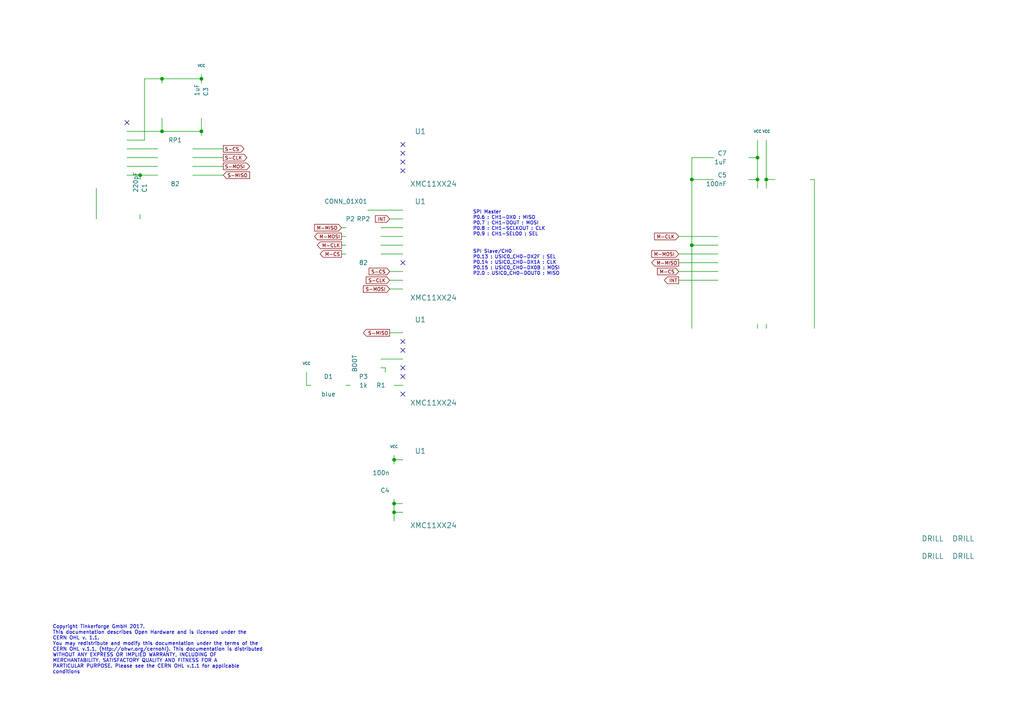
<source format=kicad_sch>
(kicad_sch (version 20230121) (generator eeschema)
  (paper "A4")
  (title_block (title "Barometer Bricklet v2") (date "2017-08-30") (rev "2.0") (company "Tinkerforge GmbH") (comment 1 "Licensed under CERN OHL v.1.1") (comment 2 "Copyright (©) 2017, L.Lauer <lukas@tinkerforge.com>"))
  (lib_symbols)
  (junction (at 219.71 52.07))
  (junction (at 58.42 38.1))
  (junction (at 58.42 22.86))
  (junction (at 200.66 52.07))
  (junction (at 200.66 71.12))
  (junction (at 46.99 38.1))
  (junction (at 114.3 146.05))
  (junction (at 114.3 148.59))
  (junction (at 219.71 45.72))
  (junction (at 46.99 22.86))
  (junction (at 114.3 133.35))
  (junction (at 40.64 50.8))
  (junction (at 222.25 52.07))
  (no_connect (at 116.84 49.53))
  (no_connect (at 116.84 99.06))
  (no_connect (at 116.84 76.2))
  (no_connect (at 116.84 109.22))
  (no_connect (at 116.84 114.3))
  (no_connect (at 116.84 101.6))
  (no_connect (at 116.84 41.91))
  (no_connect (at 116.84 106.68))
  (no_connect (at 36.83 35.56))
  (no_connect (at 116.84 44.45))
  (no_connect (at 116.84 46.99))
  (wire (pts (xy 55.88 48.26) (xy 64.77 48.26)))
  (wire (pts (xy 40.64 50.8) (xy 40.64 52.07)))
  (wire (pts (xy 99.06 66.04) (xy 100.33 66.04)))
  (wire (pts (xy 40.64 50.8) (xy 36.83 50.8)))
  (wire (pts (xy 58.42 38.1) (xy 58.42 39.37)))
  (wire (pts (xy 110.49 68.58) (xy 116.84 68.58)))
  (wire (pts (xy 106.68 60.96) (xy 116.84 60.96)))
  (wire (pts (xy 208.28 71.12) (xy 200.66 71.12)))
  (wire (pts (xy 114.3 133.35) (xy 116.84 133.35)))
  (wire (pts (xy 90.17 111.76) (xy 88.9 111.76)))
  (wire (pts (xy 208.28 78.74) (xy 196.85 78.74)))
  (wire (pts (xy 116.84 146.05) (xy 114.3 146.05)))
  (wire (pts (xy 114.3 148.59) (xy 114.3 151.13)))
  (wire (pts (xy 58.42 21.59) (xy 58.42 22.86)))
  (wire (pts (xy 196.85 68.58) (xy 208.28 68.58)))
  (wire (pts (xy 207.01 52.07) (xy 200.66 52.07)))
  (wire (pts (xy 114.3 148.59) (xy 116.84 148.59)))
  (wire (pts (xy 207.01 45.72) (xy 200.66 45.72)))
  (wire (pts (xy 46.99 38.1) (xy 58.42 38.1)))
  (wire (pts (xy 41.91 22.86) (xy 46.99 22.86)))
  (wire (pts (xy 200.66 52.07) (xy 200.66 71.12)))
  (wire (pts (xy 222.25 52.07) (xy 224.79 52.07)))
  (wire (pts (xy 219.71 93.98) (xy 219.71 95.25)))
  (wire (pts (xy 46.99 22.86) (xy 58.42 22.86)))
  (wire (pts (xy 55.88 50.8) (xy 64.77 50.8)))
  (wire (pts (xy 41.91 40.64) (xy 41.91 22.86)))
  (wire (pts (xy 113.03 63.5) (xy 116.84 63.5)))
  (wire (pts (xy 116.84 104.14) (xy 110.49 104.14)))
  (wire (pts (xy 208.28 76.2) (xy 196.85 76.2)))
  (wire (pts (xy 200.66 71.12) (xy 200.66 95.25)))
  (wire (pts (xy 45.72 50.8) (xy 40.64 50.8)))
  (wire (pts (xy 219.71 40.64) (xy 219.71 45.72)))
  (wire (pts (xy 113.03 96.52) (xy 116.84 96.52)))
  (wire (pts (xy 114.3 144.78) (xy 114.3 146.05)))
  (wire (pts (xy 200.66 45.72) (xy 200.66 52.07)))
  (wire (pts (xy 219.71 45.72) (xy 219.71 52.07)))
  (wire (pts (xy 36.83 43.18) (xy 45.72 43.18)))
  (wire (pts (xy 114.3 146.05) (xy 114.3 148.59)))
  (wire (pts (xy 219.71 52.07) (xy 217.17 52.07)))
  (wire (pts (xy 222.25 93.98) (xy 222.25 95.25)))
  (wire (pts (xy 196.85 73.66) (xy 208.28 73.66)))
  (wire (pts (xy 27.94 54.61) (xy 27.94 63.5)))
  (wire (pts (xy 36.83 48.26) (xy 45.72 48.26)))
  (wire (pts (xy 236.22 52.07) (xy 236.22 95.25)))
  (wire (pts (xy 36.83 38.1) (xy 46.99 38.1)))
  (wire (pts (xy 222.25 52.07) (xy 222.25 54.61)))
  (wire (pts (xy 110.49 66.04) (xy 116.84 66.04)))
  (wire (pts (xy 36.83 40.64) (xy 41.91 40.64)))
  (wire (pts (xy 114.3 111.76) (xy 116.84 111.76)))
  (wire (pts (xy 219.71 52.07) (xy 219.71 54.61)))
  (wire (pts (xy 114.3 133.35) (xy 114.3 134.62)))
  (wire (pts (xy 110.49 73.66) (xy 116.84 73.66)))
  (wire (pts (xy 55.88 45.72) (xy 64.77 45.72)))
  (wire (pts (xy 58.42 34.29) (xy 58.42 38.1)))
  (wire (pts (xy 46.99 34.29) (xy 46.99 38.1)))
  (wire (pts (xy 111.76 106.68) (xy 111.76 107.95)))
  (wire (pts (xy 114.3 132.08) (xy 114.3 133.35)))
  (wire (pts (xy 58.42 22.86) (xy 58.42 24.13)))
  (wire (pts (xy 46.99 24.13) (xy 46.99 22.86)))
  (wire (pts (xy 113.03 78.74) (xy 116.84 78.74)))
  (wire (pts (xy 110.49 106.68) (xy 111.76 106.68)))
  (wire (pts (xy 100.33 73.66) (xy 99.06 73.66)))
  (wire (pts (xy 55.88 43.18) (xy 64.77 43.18)))
  (wire (pts (xy 88.9 111.76) (xy 88.9 107.95)))
  (wire (pts (xy 208.28 81.28) (xy 196.85 81.28)))
  (wire (pts (xy 234.95 52.07) (xy 236.22 52.07)))
  (wire (pts (xy 217.17 45.72) (xy 219.71 45.72)))
  (wire (pts (xy 40.64 63.5) (xy 40.64 62.23)))
  (wire (pts (xy 113.03 83.82) (xy 116.84 83.82)))
  (wire (pts (xy 99.06 71.12) (xy 100.33 71.12)))
  (wire (pts (xy 222.25 40.64) (xy 222.25 52.07)))
  (wire (pts (xy 45.72 45.72) (xy 36.83 45.72)))
  (wire (pts (xy 110.49 71.12) (xy 116.84 71.12)))
  (wire (pts (xy 101.6 111.76) (xy 100.33 111.76)))
  (wire (pts (xy 99.06 68.58) (xy 100.33 68.58)))
  (wire (pts (xy 113.03 81.28) (xy 116.84 81.28)))
  (text "SPI Slave/CH0\nP0.13 : USIC0_CH0-DX2F : SEL\nP0.14 : USIC0_CH0-DX1A : CLK\nP0.15 : USIC0_CH0-DX0B : MOSI\nP2.0 : USIC0_CH0-DOUT0 : MISO" (at 137.16 80.01 0) (effects (font (size 0.9906 0.9906)) (justify left bottom)))
  (text "Copyright Tinkerforge GmbH 2017.\nThis documentation describes Open Hardware and is licensed under the\nCERN OHL v. 1.1.\nYou may redistribute and modify this documentation under the terms of the\nCERN OHL v.1.1. (http://ohwr.org/cernohl). This documentation is distributed\nWITHOUT ANY EXPRESS OR IMPLIED WARRANTY, INCLUDING OF\nMERCHANTABILITY, SATISFACTORY QUALITY AND FITNESS FOR A\nPARTICULAR PURPOSE. Please see the CERN OHL v.1.1 for applicable\nconditions\n" (at 15.24 195.58 0) (effects (font (size 1.016 1.016)) (justify left bottom)))
  (text "SPI Master\nP0.6 : CH1-DX0 : MISO\nP0.7 : CH1-DOUT : MOSI\nP0.8 : CH1-SCLKOUT : CLK\nP0.9 : CH1-SELO0 : SEL\n" (at 137.16 68.58 0) (effects (font (size 0.9906 0.9906)) (justify left bottom)))
  (global_label "M-CLK" (shape input) (at 196.85 68.58 180) (effects (font (size 0.9906 0.9906))) (property "Intersheetrefs" "${INTERSHEET_REFS}" (effects hide)))
  (global_label "M-MOSI" (shape output) (at 99.06 68.58 180) (effects (font (size 0.9906 0.9906))) (property "Intersheetrefs" "${INTERSHEET_REFS}" (effects hide)))
  (global_label "S-MISO" (shape input) (at 64.77 50.8 0) (effects (font (size 0.9906 0.9906))) (property "Intersheetrefs" "${INTERSHEET_REFS}" (effects hide)))
  (global_label "M-CS" (shape output) (at 99.06 73.66 180) (effects (font (size 0.9906 0.9906))) (property "Intersheetrefs" "${INTERSHEET_REFS}" (effects hide)))
  (global_label "S-CLK" (shape output) (at 64.77 45.72 0) (effects (font (size 0.9906 0.9906))) (property "Intersheetrefs" "${INTERSHEET_REFS}" (effects hide)))
  (global_label "M-CLK" (shape output) (at 99.06 71.12 180) (effects (font (size 0.9906 0.9906))) (property "Intersheetrefs" "${INTERSHEET_REFS}" (effects hide)))
  (global_label "M-MISO" (shape input) (at 99.06 66.04 180) (effects (font (size 0.9906 0.9906))) (property "Intersheetrefs" "${INTERSHEET_REFS}" (effects hide)))
  (global_label "S-MOSI" (shape output) (at 64.77 48.26 0) (effects (font (size 0.9906 0.9906))) (property "Intersheetrefs" "${INTERSHEET_REFS}" (effects hide)))
  (global_label "INT" (shape output) (at 196.85 81.28 180) (effects (font (size 0.9906 0.9906))) (property "Intersheetrefs" "${INTERSHEET_REFS}" (effects hide)))
  (global_label "S-MOSI" (shape input) (at 113.03 83.82 180) (effects (font (size 0.9906 0.9906))) (property "Intersheetrefs" "${INTERSHEET_REFS}" (effects hide)))
  (global_label "M-CS" (shape input) (at 196.85 78.74 180) (effects (font (size 0.9906 0.9906))) (property "Intersheetrefs" "${INTERSHEET_REFS}" (effects hide)))
  (global_label "S-CS" (shape input) (at 113.03 78.74 180) (effects (font (size 0.9906 0.9906))) (property "Intersheetrefs" "${INTERSHEET_REFS}" (effects hide)))
  (global_label "M-MOSI" (shape input) (at 196.85 73.66 180) (effects (font (size 0.9906 0.9906))) (property "Intersheetrefs" "${INTERSHEET_REFS}" (effects hide)))
  (global_label "INT" (shape input) (at 113.03 63.5 180) (effects (font (size 0.9906 0.9906))) (property "Intersheetrefs" "${INTERSHEET_REFS}" (effects hide)))
  (global_label "M-MISO" (shape output) (at 196.85 76.2 180) (effects (font (size 0.9906 0.9906))) (property "Intersheetrefs" "${INTERSHEET_REFS}" (effects hide)))
  (global_label "S-CS" (shape output) (at 64.77 43.18 0) (effects (font (size 0.9906 0.9906))) (property "Intersheetrefs" "${INTERSHEET_REFS}" (effects hide)))
  (global_label "S-CLK" (shape input) (at 113.03 81.28 180) (effects (font (size 0.9906 0.9906))) (property "Intersheetrefs" "${INTERSHEET_REFS}" (effects hide)))
  (global_label "S-MISO" (shape output) (at 113.03 96.52 180) (effects (font (size 0.9906 0.9906))) (property "Intersheetrefs" "${INTERSHEET_REFS}" (effects hide)))
  (symbol (lib_id "GND") (at 40.64 63.5 0) (unit 1)
    (property "Reference" "#PWR03" (effects hide))
    (property "Value" "GND" (effects hide))
  )
  (symbol (lib_id "GND") (at 27.94 63.5 0) (unit 1)
    (property "Reference" "#PWR02" (effects hide))
    (property "Value" "GND" (effects hide))
  )
  (symbol (lib_id "VCC") (at 58.42 21.59 0) (unit 1)
    (property "Reference" "#PWR01" (effects hide))
    (property "Value" "VCC" (at 58.42 19.05 0) (effects (font (size 0.762 0.762))))
  )
  (symbol (lib_id "DRILL") (at 279.4 156.21 0) (unit 1)
    (property "Reference" "U5" (effects hide))
    (property "Value" "DRILL" (at 279.4 156.21 0) (effects (font (size 1.524 1.524))))
    (property "Footprint" "kicad-libraries:DRILL_NP" (effects hide))
  )
  (symbol (lib_id "DRILL") (at 279.4 161.29 0) (unit 1)
    (property "Reference" "U6" (effects hide))
    (property "Value" "DRILL" (at 279.4 161.29 0) (effects (font (size 1.524 1.524))))
    (property "Footprint" "kicad-libraries:DRILL_NP" (effects hide))
  )
  (symbol (lib_id "DRILL") (at 270.51 161.29 0) (unit 1)
    (property "Reference" "U4" (effects hide))
    (property "Value" "DRILL" (at 270.51 161.29 0) (effects (font (size 1.524 1.524))))
    (property "Footprint" "kicad-libraries:DRILL_NP" (effects hide))
  )
  (symbol (lib_id "DRILL") (at 270.51 156.21 0) (unit 1)
    (property "Reference" "U3" (effects hide))
    (property "Value" "DRILL" (at 270.51 156.21 0) (effects (font (size 1.524 1.524))))
    (property "Footprint" "kicad-libraries:DRILL_NP" (effects hide))
  )
  (symbol (lib_id "GND") (at 236.22 95.25 0) (unit 1)
    (property "Reference" "#PWR012" (effects hide))
    (property "Value" "GND" (effects hide))
  )
  (symbol (lib_id "CON-SENSOR2") (at 27.94 43.18 0) (mirror y) (unit 1)
    (property "Reference" "P1" (at 31.75 33.02 0) (effects (font (size 1.524 1.524))))
    (property "Value" "CON-SENSOR2" (at 24.13 43.18 90) (effects (font (size 1.524 1.524))))
    (property "Footprint" "kicad-libraries:CON-SENSOR2" (effects hide))
  )
  (symbol (lib_id "LPS22HB") (at 220.98 74.93 0) (unit 1)
    (property "Reference" "U2" (at 214.63 58.42 0) (effects (font (size 1.524 1.524))))
    (property "Value" "LPS22HB" (at 227.33 83.82 90) (effects (font (size 1.524 1.524))))
    (property "Footprint" "kicad-libraries:HLGA-10L" (effects hide))
  )
  (symbol (lib_id "C") (at 212.09 52.07 90) (unit 1)
    (property "Reference" "C5" (at 210.82 50.8 90) (effects (justify left)))
    (property "Value" "100nF" (at 210.82 53.34 90) (effects (justify left)))
    (property "Footprint" "kicad-libraries:C0402F" (effects hide))
  )
  (symbol (lib_id "C") (at 229.87 52.07 90) (unit 1)
    (property "Reference" "C6" (at 228.6 50.8 90) (effects (justify left)))
    (property "Value" "100nF" (at 229.87 55.88 90) (effects (justify left)))
    (property "Footprint" "kicad-libraries:C0402F" (effects hide))
  )
  (symbol (lib_id "GND") (at 222.25 95.25 0) (unit 1)
    (property "Reference" "#PWR04" (effects hide))
    (property "Value" "GND" (effects hide))
  )
  (symbol (lib_id "GND") (at 219.71 95.25 0) (unit 1)
    (property "Reference" "#PWR05" (effects hide))
    (property "Value" "GND" (effects hide))
  )
  (symbol (lib_id "GND") (at 200.66 95.25 0) (unit 1)
    (property "Reference" "#PWR011" (effects hide))
    (property "Value" "GND" (effects hide))
  )
  (symbol (lib_id "C") (at 46.99 29.21 0) (unit 1)
    (property "Reference" "C2" (at 48.26 27.94 90) (effects (justify left)))
    (property "Value" "10uF" (at 45.72 27.94 90) (effects (justify left)))
    (property "Footprint" "kicad-libraries:C0805" (effects hide))
  )
  (symbol (lib_id "C") (at 58.42 29.21 0) (unit 1)
    (property "Reference" "C3" (at 59.69 27.94 90) (effects (justify left)))
    (property "Value" "1uF" (at 57.15 27.94 90) (effects (justify left)))
    (property "Footprint" "kicad-libraries:C0603F" (effects hide))
  )
  (symbol (lib_id "R_PACK4") (at 50.8 52.07 0) (unit 1)
    (property "Reference" "RP1" (at 50.8 40.64 0))
    (property "Value" "82" (at 50.8 53.34 0))
    (property "Footprint" "kicad-libraries:4X0402" (effects hide))
  )
  (symbol (lib_id "C") (at 40.64 57.15 0) (unit 1)
    (property "Reference" "C1" (at 41.91 55.88 90) (effects (justify left)))
    (property "Value" "220pF" (at 39.37 55.88 90) (effects (justify left)))
    (property "Footprint" "kicad-libraries:C0402F" (effects hide))
  )
  (symbol (lib_id "GND") (at 58.42 39.37 0) (unit 1)
    (property "Reference" "#PWR06" (effects hide))
    (property "Value" "GND" (effects hide))
  )
  (symbol (lib_id "XMC1XXX24") (at 125.73 140.97 0) (unit 1)
    (property "Reference" "U1" (at 121.92 130.81 0) (effects (font (size 1.524 1.524))))
    (property "Value" "XMC11XX24" (at 125.73 152.4 0) (effects (font (size 1.524 1.524))))
    (property "Footprint" "kicad-libraries:QFN24-4x4mm-0.5mm" (effects hide))
  )
  (symbol (lib_id "XMC1XXX24") (at 125.73 72.39 0) (unit 2)
    (property "Reference" "U1" (at 121.92 58.42 0) (effects (font (size 1.524 1.524))))
    (property "Value" "XMC11XX24" (at 125.73 86.36 0) (effects (font (size 1.524 1.524))))
    (property "Footprint" "kicad-libraries:QFN24-4x4mm-0.5mm" (effects hide))
  )
  (symbol (lib_id "XMC1XXX24") (at 125.73 45.72 0) (unit 3)
    (property "Reference" "U1" (at 121.92 38.1 0) (effects (font (size 1.524 1.524))))
    (property "Value" "XMC11XX24" (at 125.73 53.34 0) (effects (font (size 1.524 1.524))))
    (property "Footprint" "kicad-libraries:QFN24-4x4mm-0.5mm" (effects hide))
  )
  (symbol (lib_id "XMC1XXX24") (at 125.73 105.41 0) (unit 4)
    (property "Reference" "U1" (at 121.92 92.71 0) (effects (font (size 1.524 1.524))))
    (property "Value" "XMC11XX24" (at 125.73 116.84 0) (effects (font (size 1.524 1.524))))
    (property "Footprint" "kicad-libraries:QFN24-4x4mm-0.5mm" (effects hide))
  )
  (symbol (lib_id "C") (at 114.3 139.7 180) (unit 1)
    (property "Reference" "C4" (at 113.03 142.24 0) (effects (justify left)))
    (property "Value" "100n" (at 113.03 137.16 0) (effects (justify left)))
    (property "Footprint" "kicad-libraries:C0402F" (effects hide))
  )
  (symbol (lib_id "GND") (at 114.3 151.13 0) (unit 1)
    (property "Reference" "#PWR07" (effects hide))
    (property "Value" "GND" (effects hide))
  )
  (symbol (lib_id "VCC") (at 114.3 132.08 0) (unit 1)
    (property "Reference" "#PWR08" (effects hide))
    (property "Value" "VCC" (at 114.3 129.54 0) (effects (font (size 0.762 0.762))))
  )
  (symbol (lib_id "R") (at 107.95 111.76 270) (unit 1)
    (property "Reference" "R1" (at 110.49 111.76 90))
    (property "Value" "1k" (at 105.41 111.76 90))
    (property "Footprint" "kicad-libraries:R0603F" (effects hide))
  )
  (symbol (lib_id "LED") (at 95.25 111.76 0) (unit 1)
    (property "Reference" "D1" (at 95.25 109.22 0))
    (property "Value" "blue" (at 95.25 114.3 0))
    (property "Footprint" "kicad-libraries:D0603E" (effects hide))
  )
  (symbol (lib_id "CONN_01X02") (at 105.41 105.41 180) (unit 1)
    (property "Reference" "P3" (at 105.41 109.22 0))
    (property "Value" "BOOT" (at 102.87 105.41 90))
    (property "Footprint" "kicad-libraries:SolderJumper" (effects hide))
  )
  (symbol (lib_id "GND") (at 111.76 107.95 0) (unit 1)
    (property "Reference" "#PWR09" (effects hide))
    (property "Value" "GND" (effects hide))
  )
  (symbol (lib_id "VCC") (at 88.9 107.95 0) (unit 1)
    (property "Reference" "#PWR010" (effects hide))
    (property "Value" "VCC" (at 88.9 105.41 0) (effects (font (size 0.762 0.762))))
  )
  (symbol (lib_id "CONN_01X01") (at 101.6 60.96 180) (unit 1)
    (property "Reference" "P2" (at 101.6 63.5 0))
    (property "Value" "CONN_01X01" (at 100.33 58.42 0))
    (property "Footprint" "kicad-libraries:DEBUG_PAD" (effects hide))
  )
  (symbol (lib_id "R_PACK4") (at 105.41 74.93 0) (unit 1)
    (property "Reference" "RP2" (at 105.41 63.5 0))
    (property "Value" "82" (at 105.41 76.2 0))
    (property "Footprint" "kicad-libraries:4X0402" (effects hide))
  )
  (symbol (lib_id "C") (at 212.09 45.72 90) (unit 1)
    (property "Reference" "C7" (at 210.82 44.45 90) (effects (justify left)))
    (property "Value" "1uF" (at 210.82 46.99 90) (effects (justify left)))
    (property "Footprint" "kicad-libraries:C0603F" (effects hide))
  )
  (symbol (lib_id "VCC") (at 219.71 40.64 0) (unit 1)
    (property "Reference" "#PWR013" (effects hide))
    (property "Value" "VCC" (at 219.71 38.1 0) (effects (font (size 0.762 0.762))))
  )
  (symbol (lib_id "VCC") (at 222.25 40.64 0) (unit 1)
    (property "Reference" "#PWR014" (effects hide))
    (property "Value" "VCC" (at 222.25 38.1 0) (effects (font (size 0.762 0.762))))
  )
)
</source>
